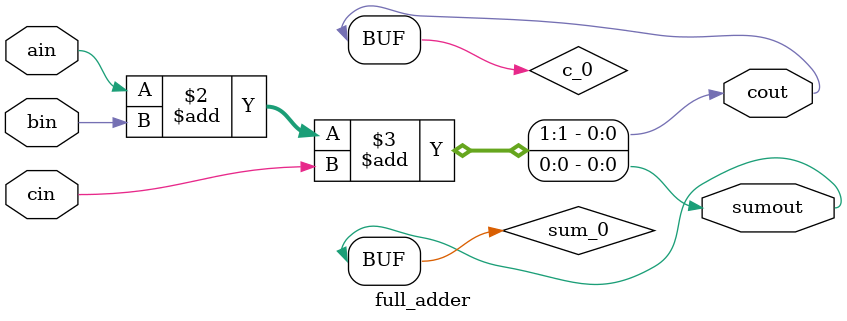
<source format=v>
module full_adder (ain, bin, cin, sumout, cout);
input ain;
input bin;
input cin;
output sumout, cout;
reg c_0, sum_0;
always@(ain,bin, cin)
begin
    {c_0, sum_0}=ain+bin+cin;
end
assign{cout, sumout}={c_0, sum_0};
endmodule
</source>
